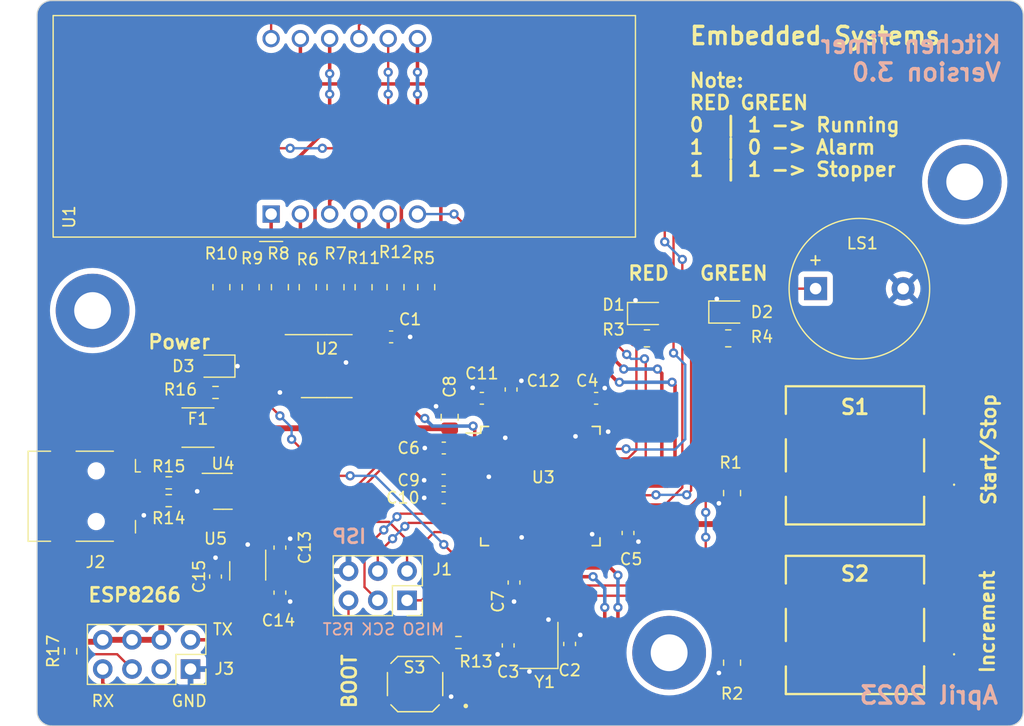
<source format=kicad_pcb>
(kicad_pcb (version 20221018) (generator pcbnew)
  (layers (0 "F.Cu" signal) (31 "B.Cu" signal) (34 "B.Paste" user) (35 "F.Paste" user) (36 "B.SilkS" user "B.Silkscreen") (37 "F.SilkS" user "F.Silkscreen") (38 "B.Mask" user) (39 "F.Mask" user) (44 "Edge.Cuts" user))
  (net 0 "")
  (net 1 "GND")
  (net 2 "Net-(D1-A)")
  (net 3 "Net-(D2-A)")
  (net 4 "Buzzer")
  (net 5 "Button_1")
  (net 6 "Button_2")
  (net 7 "RED_LED")
  (net 8 "GREEN_LED")
  (net 9 "a")
  (net 10 "Net-(U1-a)")
  (net 11 "b")
  (net 12 "Net-(U1-b)")
  (net 13 "c")
  (net 14 "Net-(U1-c)")
  (net 15 "d")
  (net 16 "Net-(U1-d)")
  (net 17 "e")
  (net 18 "Net-(U1-e)")
  (net 19 "f")
  (net 20 "Net-(U1-f)")
  (net 21 "g")
  (net 22 "Net-(U1-g)")
  (net 23 "dp")
  (net 24 "Net-(U1-DPX)")
  (net 25 "+5V")
  (net 26 "Dig4")
  (net 27 "Dig3")
  (net 28 "Dig2")
  (net 29 "Dig1")
  (net 31 "SH_CP")
  (net 32 "ST_CP")
  (net 33 "DS")
  (net 34 "XTAL1")
  (net 35 "XTAL2")
  (net 36 "/UCAP")
  (net 37 "/AREF")
  (net 38 "+3.3V")
  (net 39 "Net-(U5-BP)")
  (net 40 "Net-(D3-A)")
  (net 42 "Net-(J2-VBUS)")
  (net 43 "MISO")
  (net 44 "SCK")
  (net 45 "MOSI")
  (net 46 "RST")
  (net 47 "Net-(J2-D-)")
  (net 48 "Net-(J2-D+)")
  (net 49 "TX")
  (net 50 "Net-(J3-Pin_5)")
  (net 51 "RX")
  (net 52 "USB_CONN_D+")
  (net 53 "USB_CONN_D-")
  (net 54 "USB_D-")
  (net 56 "USB_D+")
  (net 64 "unconnected-(J2-Shield-Pad6)")
  (footprint "Capacitor_SMD:C_0603_1608Metric" (layer "F.Cu") (at 127.254 103.632 -90)
    (fp_text reference "C2")
    (fp_text value "22p")
  )
  (footprint "Capacitor_SMD:C_0603_1608Metric" (layer "F.Cu") (at 122.174 81.534 90)
    (fp_text reference "C12")
    (fp_text value "0.1uF")
  )
  (footprint "Crystal:Crystal_SMD_Abracon_ABM8G-4Pin_3.2x2.5mm" (layer "F.Cu") (at 124.587 103.759 90)
    (fp_text reference "Y1")
    (fp_text value "16MHz")
  )
  (footprint "Connector_PinSocket_2.54mm:PinSocket_2x03_P2.54mm_Vertical" (layer "F.Cu") (at 113.142 99.842 -90)
    (fp_text reference "J1")
    (fp_text value "AVR-ISP-6")
  )
  (footprint "Capacitor_SMD:C_0603_1608Metric" (layer "F.Cu") (at 116.319 90.932 180)
    (fp_text reference "C10")
    (fp_text value "0.1uF")
  )
  (footprint "Resistor_SMD:R_0805_2012Metric" (layer "F.Cu") (at 102.108 72.644 90)
    (fp_text reference "R8")
    (fp_text value "100")
  )
  (footprint "Resistor_SMD:R_0603_1608Metric" (layer "F.Cu") (at 83.947 104.267 -90)
    (fp_text reference "R17")
    (fp_text value "10k")
  )
  (footprint "PTS526_SMD_Button:PTS526_SMD_Button" (layer "F.Cu") (at 113.84 107.116 180)
    (fp_text reference "S3")
    (fp_text value "PTS526_SM08_SMTR2_LFS")
  )
  (footprint "Capacitor_SMD:C_0603_1608Metric" (layer "F.Cu") (at 116.332 86.614 180)
    (fp_text reference "C6")
    (fp_text value "0.1uF")
  )
  (footprint "Connector_USB:USB_Mini-B_Lumberg_2486_01_Horizontal" (layer "F.Cu") (at 86.162 90.8 -90)
    (fp_text reference "J2")
    (fp_text value "USB_B_Mini")
  )
  (footprint "Capacitor_SMD:C_0603_1608Metric" (layer "F.Cu") (at 122.428 98.298 -90)
    (fp_text reference "C7")
    (fp_text value "0.1uF")
  )
  (footprint "Display_7Segment:CA56-12EWA" (layer "F.Cu") (at 101.346 66.294 90)
    (fp_text reference "U1")
    (fp_text value "CA56-12EWA")
  )
  (footprint "Resistor_SMD:R_0603_1608Metric" (layer "F.Cu") (at 117.602 103.505 180)
    (fp_text reference "R13")
    (fp_text value "10k")
  )
  (footprint "Package_TO_SOT_SMD:SOT-23-6" (layer "F.Cu") (at 97.165615 90.371688)
    (fp_text reference "U4")
    (fp_text value "USBLC6-2SC6")
  )
  (footprint "Capacitor_SMD:C_0603_1608Metric" (layer "F.Cu") (at 96.52 97.777 90)
    (fp_text reference "C15")
    (fp_text value "10nF")
  )
  (footprint "MountingHole:MountingHole_3.2mm_M3_Pad" (layer "F.Cu") (at 161.544 63.5)
    (fp_text reference "H2" hide)
    (fp_text value "MountingHole")
  )
  (footprint "Resistor_SMD:R_0805_2012Metric" (layer "F.Cu") (at 106.934 72.644 90)
    (fp_text reference "R7")
    (fp_text value "100")
  )
  (footprint "Buzzer_Beeper:Buzzer_12x9.5RM7.6" (layer "F.Cu") (at 148.6 72.771)
    (fp_text reference "LS1")
    (fp_text value "Speaker")
  )
  (footprint "Capacitor_SMD:C_0603_1608Metric" (layer "F.Cu") (at 111.76 76.962)
    (fp_text reference "C1")
    (fp_text value "0.1u")
  )
  (footprint "Resistor_SMD:R_0805_2012Metric" (layer "F.Cu") (at 104.521 72.644 90)
    (fp_text reference "R6")
    (fp_text value "100")
  )
  (footprint "Resistor_SMD:R_0805_2012Metric" (layer "F.Cu") (at 99.568 72.644 90)
    (fp_text reference "R9")
    (fp_text value "100")
  )
  (footprint "LED_SMD:LED_0805_2012Metric" (layer "F.Cu") (at 133.9615 74.93)
    (fp_text reference "D1")
    (fp_text value "LED")
  )
  (footprint "LED_SMD:LED_0805_2012Metric" (layer "F.Cu") (at 96.52 79.502 180)
    (fp_text reference "D3")
    (fp_text value "LED")
  )
  (footprint "MountingHole:MountingHole_3.2mm_M3_Pad" (layer "F.Cu") (at 135.89 104.394)
    (fp_text reference "H3" hide)
    (fp_text value "MountingHole")
  )
  (footprint "Package_QFP:TQFP-44_10x10mm_P0.8mm" (layer "F.Cu") (at 124.714 89.916)
    (fp_text reference "U3")
    (fp_text value "ATmega32U4-A")
  )
  (footprint "Capacitor_SMD:C_0603_1608Metric" (layer "F.Cu") (at 119.634 82.296 180)
    (fp_text reference "C11")
    (fp_text value "0.1uF")
  )
  (footprint "Resistor_SMD:R_0603_1608Metric" (layer "F.Cu") (at 92.456911 89.635905)
    (fp_text reference "R15")
    (fp_text value "22")
  )
  (footprint "Package_TO_SOT_SMD:SOT-23-5" (layer "F.Cu") (at 99.314 97.282 -90)
    (fp_text reference "U5")
    (fp_text value "LP2985-3.3")
  )
  (footprint "Resistor_SMD:R_0603_1608Metric" (layer "F.Cu") (at 92.456 91.186)
    (fp_text reference "R14")
    (fp_text value "22")
  )
  (footprint "Capacitor_SMD:C_0603_1608Metric" (layer "F.Cu") (at 132.321 93.993 -90)
    (fp_text reference "C5")
    (fp_text value "0.1uF")
  )
  (footprint "Capacitor_SMD:C_0603_1608Metric" (layer "F.Cu") (at 121.92 103.759 -90)
    (fp_text reference "C3")
    (fp_text value "22p")
  )
  (footprint "Capacitor_SMD:C_0603_1608Metric" (layer "F.Cu") (at 102.108 99.174 -90)
    (fp_text reference "C14")
    (fp_text value "2.2uF")
  )
  (footprint "Resistor_SMD:R_0805_2012Metric" (layer "F.Cu") (at 114.808 72.644 90)
    (fp_text reference "R5")
    (fp_text value "100")
  )
  (footprint "Resistor_SMD:R_0603_1608Metric" (layer "F.Cu") (at 96.52 81.788 180)
    (fp_text reference "R16")
    (fp_text value "1k")
  )
  (footprint "Package_SO:TSSOP-16_4.4x5mm_P0.65mm" (layer "F.Cu") (at 106.172 79.502)
    (fp_text reference "U2")
    (fp_text value "74HC595")
  )
  (footprint "PTS125_SMD_Button:PTS125_SMD_Button" (layer "F.Cu") (at 152.019 87.249 180)
    (fp_text reference "S1")
    (fp_text value "PTS125SM43SMTR21M_LFS" hide)
  )
  (footprint "Resistor_SMD:R_0805_2012Metric" (layer "F.Cu") (at 141.351 90.5275 -90)
    (fp_text reference "R1")
    (fp_text value "10k")
  )
  (footprint "Capacitor_SMD:C_0603_1608Metric" (layer "F.Cu") (at 102.108 95.263 90)
    (fp_text reference "C13")
    (fp_text value "1uF")
  )
  (footprint "Resistor_SMD:R_0805_2012Metric" (layer "F.Cu") (at 112.141 72.644 90)
    (fp_text reference "R12")
    (fp_text value "100")
  )
  (footprint "Fuse:Fuse_1812_4532Metric" (layer "F.Cu") (at 94.996 84.836)
    (fp_text reference "F1")
    (fp_text value "PTCSMD")
  )
  (footprint "Capacitor_SMD:C_0603_1608Metric" (layer "F.Cu") (at 129.553 82.296)
    (fp_text reference "C4")
    (fp_text value "0.1uF")
  )
  (footprint "Resistor_SMD:R_0805_2012Metric" (layer "F.Cu") (at 133.9615 77.089)
    (fp_text reference "R3")
    (fp_text value "330")
  )
  (footprint "Capacitor_SMD:C_0603_1608Metric" (layer "F.Cu") (at 116.319 89.408 180)
    (fp_text reference "C9")
    (fp_text value "1uF")
  )
  (footprint "Connector_PinSocket_2.54mm:PinSocket_2x04_P2.54mm_Vertical" (layer "F.Cu") (at 94.351 105.811 -90)
    (fp_text reference "J3")
    (fp_text value "ESP_Conn")
  )
  (footprint "Resistor_SMD:R_0805_2012Metric" (layer "F.Cu") (at 97.028 72.644 90)
    (fp_text reference "R10")
    (fp_text value "100")
  )
  (footprint "Resistor_SMD:R_0805_2012Metric" (layer "F.Cu") (at 141.351 105.2595 -90)
    (fp_text reference "R2")
    (fp_text value "10k")
  )
  (footprint "Capacitor_SMD:C_0805_2012Metric" (layer "F.Cu") (at 116.84 83.947 90)
    (fp_text reference "C8")
    (fp_text value "10uF")
  )
  (footprint "MountingHole:MountingHole_3.2mm_M3_Pad" (layer "F.Cu") (at 85.852 74.676)
    (fp_text reference "H1" hide)
    (fp_text value "MountingHole")
  )
  (footprint "PTS125_SMD_Button:PTS125_SMD_Button" (layer "F.Cu") (at 152.019 101.981 180)
    (fp_text reference "S2")
    (fp_text value "PTS125SM43SMTR21M_LFS" hide)
  )
  (footprint "Resistor_SMD:R_0805_2012Metric" (layer "F.Cu") (at 141.0185 77.089)
    (fp_text reference "R4")
    (fp_text value "330")
  )
  (footprint "Resistor_SMD:R_0805_2012Metric" (layer "F.Cu") (at 109.368612 72.646651 90)
    (fp_text reference "R11")
    (fp_text value "100")
  )
  (footprint "LED_SMD:LED_0805_2012Metric" (layer "F.Cu") (at 141.0185 74.803)
    (fp_text reference "D2")
    (fp_text value "LED")
  )
  (gr_arc (start 165.354 47.752) (mid 166.252026 48.123974) (end 166.624 49.022) (stroke (width 0.1)) (layer "Edge.Cuts"))
  (gr_line (start 81.026 109.474) (end 81.026 49.022) (stroke (width 0.1)) (layer "Edge.Cuts"))
  (gr_line (start 165.354 110.744) (end 82.296 110.744) (stroke (width 0.1)) (layer "Edge.Cuts"))
  (gr_line (start 82.296 47.752) (end 165.354 47.752) (stroke (width 0.1)) (layer "Edge.Cuts"))
  (gr_arc (start 82.296 110.744) (mid 81.397974 110.372026) (end 81.026 109.474) (stroke (width 0.1)) (layer "Edge.Cuts"))
  (gr_line (start 166.624 49.022) (end 166.624 109.474) (stroke (width 0.1)) (layer "Edge.Cuts"))
  (gr_arc (start 166.624 109.474) (mid 166.252026 110.372026) (end 165.354 110.744) (stroke (width 0.1)) (layer "Edge.Cuts"))
  (gr_arc (start 81.026 49.022) (mid 81.397974 48.123974) (end 82.296 47.752) (stroke (width 0.1)) (layer "Edge.Cuts"))
  (gr_text "RST" (at 107.188 102.362) (layer "B.SilkS") (effects (font (size 1 1)) (justify mirror)))
  (gr_text "ISP" (at 109.728 94.996) (layer "B.SilkS") (effects (font (size 1.2 1.2) (thickness 0.24) bold) (justify left bottom mirror)))
  (gr_text "SCK" (at 110.631521 102.362) (layer "B.SilkS") (effects (font (size 1 1)) (justify mirror)))
  (gr_text "Kitchen Timer\nVersion 3.0" (at 164.846 54.864) (layer "B.SilkS") (effects (font (size 1.5 1.5) (thickness 0.3) bold) (justify left bottom mirror)))
  (gr_text "MISO" (at 114.554 102.362) (layer "B.SilkS") (effects (font (size 1 1)) (justify mirror)))
  (gr_text "April 2023" (at 164.592 108.966) (layer "B.SilkS") (effects (font (size 1.5 1.5) (thickness 0.3) bold) (justify left bottom mirror)))
  (gr_text "TX" (at 97.155 102.362) (layer "F.SilkS") (effects (font (size 1 1))))
  (gr_text "RED" (at 132.207 72.136) (layer "F.SilkS") (effects (font (size 1.2 1.2) (thickness 0.24) bold) (justify left bottom)))
  (gr_text "Embedded Systems" (at 137.541 51.689) (layer "F.SilkS") (effects (font (size 1.5 1.5) (thickness 0.3) bold) (justify left bottom)))
  (gr_text "Start/Stop" (at 164.338 91.694 90) (layer "F.SilkS") (effects (font (size 1.2 1.2) (thickness 0.24) bold) (justify left bottom)))
  (gr_text "RX" (at 86.741 108.585) (layer "F.SilkS") (effects (font (size 1 1))))
  (gr_text "Note:\nRED GREEN\n0  | 1 -> Running\n1  | 0 -> Alarm\n1  | 1 -> Stopper" (at 137.541 63.119) (layer "F.SilkS") (effects (font (size 1.2 1.2) (thickness 0.24) bold) (justify left bottom)))
  (gr_text "Increment" (at 164.211 106.299 90) (layer "F.SilkS") (effects (font (size 1.2 1.2) (thickness 0.24) bold) (justify left bottom)))
  (gr_text "ESP8266" (at 85.344 100.076) (layer "F.SilkS") (effects (font (size 1.2 1.2) (thickness 0.24) bold) (justify left bottom)))
  (gr_text "Power" (at 90.551 78.105) (layer "F.SilkS") (effects (font (size 1.2 1.2) (thickness 0.24) bold) (justify left bottom)))
  (gr_text "GREEN" (at 138.43 72.136) (layer "F.SilkS") (effects (font (size 1.2 1.2) (thickness 0.24) bold) (justify left bottom)))
  (gr_text "GND" (at 94.234 108.585) (layer "F.SilkS") (effects (font (size 1 1))))
  (gr_text "BOOT" (at 108.839 109.347 90) (layer "F.SilkS") (effects (font (size 1.2 1.2) (thickness 0.24) bold) (justify left bottom)))
  (segment (start 130.302 82.27) (end 130.328 82.296) (width 0.508) (layer "F.Cu") (net 1))
  (segment (start 127.914 85.446) (end 127.762 85.598) (width 0.3048) (layer "F.Cu") (net 1))
  (segment (start 114.630216 89.408) (end 114.626396 89.41182) (width 0.508) (layer "F.Cu") (net 1))
  (segment (start 116.967 108.839) (end 116.84 108.966) (width 0.508) (layer "F.Cu") (net 1))
  (segment (start 88.862 92.4) (end 90.241 92.4) (width 0.508) (layer "F.Cu") (net 1))
  (segment (start 140.2315 91.44) (end 140.208 91.4165) (width 0.508) (layer "F.Cu") (net 1))
  (segment (start 114.632608 90.938694) (end 115.537306 90.938694) (width 0.508) (layer "F.Cu") (net 1))
  (segment (start 115.537306 90.938694) (end 115.544 90.932) (width 0.508) (layer "F.Cu") (net 1))
  (segment (start 118.859 82.296) (end 118.859 81.401076) (width 0.508) (layer "F.Cu") (net 1))
  (segment (start 140.026 74.748) (end 140.081 74.803) (width 0.508) (layer "F.Cu") (net 1))
  (segment (start 115.544 89.408) (end 114.630216 89.408) (width 0.508) (layer "F.Cu") (net 1))
  (segment (start 116.84 82.997) (end 115.66891 82.997) (width 0.508) (layer "F.Cu") (net 1))
  (segment (start 102.997 99.949) (end 102.108 99.949) (width 0.508) (layer "F.Cu") (net 1))
  (segment (start 130.595586 85.734414) (end 130.414 85.916) (width 0.508) (layer "F.Cu") (net 1))
  (segment (start 90.241 92.4) (end 90.297 92.456) (width 0.508) (layer "F.Cu") (net 1))
  (segment (start 121.666 85.725) (end 121.514 85.207882) (width 0.508) (layer "F.Cu") (net 1))
  (segment (start 116.967 108.204) (end 116.967 108.839) (width 0.508) (layer "F.Cu") (net 1))
  (segment (start 133.223 94.742) (end 132.347 94.742) (width 0.508) (layer "F.Cu") (net 1))
  (segment (start 123.114 94.398228) (end 123.089352 94.37358) (width 0.508) (layer "F.Cu") (net 1))
  (segment (start 109.0345 79.177) (end 107.852121 79.177) (width 0.3048) (layer "F.Cu") (net 1))
  (segment (start 125.41624 101.513888) (end 125.41624 102.63824) (width 0.508) (layer "F.Cu") (net 1))
  (segment (start 125.41624 102.63824) (end 125.437 102.659) (width 0.508) (layer "F.Cu") (net 1))
  (segment (start 123.063 80.772) (end 122.187 80.772) (width 0.508) (layer "F.Cu") (net 1))
  (segment (start 121.514 85.207882) (end 121.514 84.216) (width 0.508) (layer "F.Cu") (net 1))
  (segment (start 130.414 93.916) (end 129.38736 93.916) (width 0.508) (layer "F.Cu") (net 1))
  (segment (start 141.351 106.172) (end 140.2315 106.172) (width 0.508) (layer "F.Cu") (net 1))
  (segment (start 102.108 81.788) (end 102.115 81.781) (width 0.508) (layer "F.Cu") (net 1))
  (segment (start 133.024 73.842) (end 132.969 73.787) (width 0.508) (layer "F.Cu") (net 1))
  (segment (start 130.302 81.407) (end 130.302 82.27) (width 0.508) (layer "F.Cu") (net 1))
  (segment (start 103.3095 81.777) (end 102.119 81.777) (width 0.3048) (layer "F.Cu") (net 1))
  (segment (start 102.119 81.777) (end 102.108 81.788) (width 0.3048) (layer "F.Cu") (net 1))
  (segment (start 102.997 94.488) (end 102.108 94.488) (width 0.508) (layer "F.Cu") (net 1))
  (segment (start 96.028115 90.371688) (end 94.929556 90.371688) (width 0.508) (layer "F.Cu") (net 1))
  (segment (start 130.595586 85.193476) (end 130.595586 85.734414) (width 0.508) (layer "F.Cu") (net 1))
  (segment (start 113.411 76.962) (end 112.535 76.962) (width 0.508) (layer "F.Cu") (net 1))
  (segment (start 121.007536 104.534) (end 121.001928 104.528392) (width 0.508) (layer "F.Cu") (net 1))
  (segment (start 123.737 104.859) (end 123.737 105.99966) (width 0.508) (layer "F.Cu") (net 1))
  (segment (start 123.737 105.99966) (end 123.761691 106.024351) (width 0.508) (layer "F.Cu") (net 1))
  (segment (start 115.557 86.614) (end 114.681 86.614) (width 0.508) (layer "F.Cu") (net 1))
  (segment (start 123.114 95.616) (end 123.114 94.398228) (width 0.508) (layer "F.Cu") (net 1))
  (segment (start 107.852121 79.177) (end 107.843284 79.185837) (width 0.3048) (layer "F.Cu") (net 1))
  (segment (start 127.254 102.857) (end 128.163906 102.857) (width 0.508) (layer "F.Cu") (net 1))
  (segment (start 129.38736 93.916) (end 129.206701 94.096659) (width 0.508) (layer "F.Cu") (net 1))
  (segment (start 115.66891 82.997) (end 115.659806 82.987896) (width 0.508) (layer "F.Cu") (net 1))
  (segment (start 119.014 89.116) (end 120.235467 89.116) (width 0.508) (layer "F.Cu") (net 1))
  (segment (start 99.314 96.1445) (end 99.314 94.996) (width 0.508) (layer "F.Cu") (net 1))
  (segment (start 133.024 74.93) (end 133.024 73.842) (width 0.508) (layer "F.Cu") (net 1))
  (segment (start 141.351 91.44) (end 140.2315 91.44) (width 0.508) (layer "F.Cu") (net 1))
  (segment (start 96.52 97.002) (end 96.52 96.139) (width 0.508) (layer "F.Cu") (net 1))
  (segment (start 118.859 81.401076) (end 118.836998 81.379074) (width 0.508) (layer "F.Cu") (net 1))
  (segment (start 122.428 99.073) (end 122.428 99.949) (width 0.508) (layer "F.Cu") (net 1))
  (segment (start 140.2315 106.172) (end 140.208 106.1485) (width 0.508) (layer "F.Cu") (net 1))
  (segment (start 98.425 79.502) (end 97.4575 79.502) (width 0.508) (layer "F.Cu") (net 1))
  (segment (start 94.929556 90.371688) (end 94.927568 90.373676) (width 0.508) (layer "F.Cu") (net 1))
  (segment (start 140.026 73.66) (end 140.026 74.748) (width 0.508) (layer "F.Cu") (net 1))
  (segment (start 120.235467 89.116) (end 120.24031 89.111157) (width 0.508) (layer "F.Cu") (net 1))
  (segment (start 121.92 104.534) (end 121.007536 104.534) (width 0.508) (layer "F.Cu") (net 1))
  (segment (start 122.187 80.772) (end 122.174 80.759) (width 0.508) (layer "F.Cu") (net 1))
  (segment (start 128.163906 102.857) (end 128.174878 102.846028) (width 0.508) (layer "F.Cu") (net 1))
  (segment (start 127.914 84.216) (end 127.914 85.446) (width 0.3048) (layer "F.Cu") (net 1))
  (via (at 94.927568 90.373676) (size 0.8) (drill 0.4) (layers "F.Cu" "B.Cu") (net 1))
  (via (at 132.969 73.787) (size 0.8) (drill 0.4) (layers "F.Cu" "B.Cu") (net 1))
  (via (at 122.428 99.949) (size 0.8) (drill 0.4) (layers "F.Cu" "B.Cu") (net 1))
  (via (at 99.314 94.996) (size 0.8) (drill 0.4) (layers "F.Cu" "B.Cu") (net 1))
  (via (at 121.666 85.725) (size 0.8) (drill 0.4) (layers "F.Cu" "B.Cu") (net 1))
  (via (at 127.762 85.598) (size 0.8) (drill 0.4) (layers "F.Cu" "B.Cu") (net 1))
  (via (at 140.208 106.1485) (size 0.8) (drill 0.4) (layers "F.Cu" "B.Cu") (net 1))
  (via (at 98.425 79.502) (size 0.8) (drill 0.4) (layers "F.Cu" "B.Cu") (net 1))
  (via (at 133.223 94.742) (size 0.8) (drill 0.4) (layers "F.Cu" "B.Cu") (net 1))
  (via (at 115.659806 82.987896) (size 0.8) (drill 0.4) (layers "F.Cu" "B.Cu") (net 1))
  (via (at 120.24031 89.111157) (size 0.8) (drill 0.4) (layers "F.Cu" "B.Cu") (net 1))
  (via (at 107.843284 79.185837) (size 0.8) (drill 0.4) (layers "F.Cu" "B.Cu") (net 1))
  (via (at 121.001928 104.528392) (size 0.8) (drill 0.4) (layers "F.Cu" "B.Cu") (net 1))
  (via (at 123.761691 106.024351) (size 0.8) (drill 0.4) (layers "F.Cu" "B.Cu") (net 1))
  (via (at 96.52 96.139) (size 0.8) (drill 0.4) (layers "F.Cu" "B.Cu") (net 1))
  (via (at 102.997 99.949) (size 0.8) (drill 0.4) (layers "F.Cu" "B.Cu") (net 1))
  (via (at 114.632608 90.938694) (size 0.8) (drill 0.4) (layers "F.Cu" "B.Cu") (net 1))
  (via (at 128.174878 102.846028) (size 0.8) (drill 0.4) (layers "F.Cu" "B.Cu") (net 1))
  (via (at 90.297 92.456) (size 0.8) (drill 0.4) (layers "F.Cu" "B.Cu") (net 1))
  (via (at 102.108 81.788) (size 0.8) (drill 0.4) (layers "F.Cu" "B.Cu") (net 1))
  (via (at 140.208 91.4165) (size 0.8) (drill 0.4) (layers "F.Cu" "B.Cu") (net 1))
  (via (at 125.41624 101.513888) (size 0.8) (drill 0.4) (layers "F.Cu" "B.Cu") (net 1))
  (via (at 130.595586 85.193476) (size 0.8) (drill 0.4) (layers "F.Cu" "B.Cu") (net 1))
  (via (at 129.206701 94.096659) (size 0.8) (drill 0.4) (layers "F.Cu" "B.Cu") (net 1))
  (via (at 114.626396 89.41182) (size 0.8) (drill 0.4) (layers "F.Cu" "B.Cu") (net 1))
  (via (at 102.997 94.488) (size 0.8) (drill 0.4) (layers "F.Cu" "B.Cu") (net 1))
  (via (at 118.836998 81.379074) (size 0.8) (drill 0.4) (layers "F.Cu" "B.Cu") (net 1))
  (via (at 116.967 108.204) (size 0.8) (drill 0.4) (layers "F.Cu" "B.Cu") (net 1))
  (via (at 140.026 73.66) (size 0.8) (drill 0.4) (layers "F.Cu" "B.Cu") (net 1))
  (via (at 113.411 76.962) (size 0.8) (drill 0.4) (layers "F.Cu" "B.Cu") (net 1))
  (via (at 130.302 81.407) (size 0.8) (drill 0.4) (layers "F.Cu" "B.Cu") (net 1))
  (via (at 123.063 80.772) (size 0.8) (drill 0.4) (layers "F.Cu" "B.Cu") (net 1))
  (via (at 114.681 86.614) (size 0.8) (drill 0.4) (layers "F.Cu" "B.Cu") (net 1))
  (via (at 123.089352 94.37358) (size 0.8) (drill 0.4) (layers "F.Cu" "B.Cu") (net 1))
  (segment (start 134.899 77.064) (end 134.874 77.089) (width 0.508) (layer "F.Cu") (net 2))
  (segment (start 134.899 74.93) (end 134.899 77.064) (width 0.508) (layer "F.Cu") (net 2))
  (segment (start 141.956 74.803) (end 141.956 77.064) (width 0.508) (layer "F.Cu") (net 3))
  (segment (start 141.956 77.064) (end 141.931 77.089) (width 0.508) (layer "F.Cu") (net 3))
  (segment (start 134.709 90.716) (end 134.747 90.678) (width 0.2032) (layer "F.Cu") (net 4))
  (segment (start 137.795 73.66) (end 138.684 72.771) (width 0.2032) (layer "F.Cu") (net 4))
  (segment (start 137.414 90.678) (end 137.795 90.297) (width 0.2032) (layer "F.Cu") (net 4))
  (segment (start 137.795 90.297) (end 137.795 73.66) (width 0.2032) (layer "F.Cu") (net 4))
  (segment (start 130.414 90.716) (end 134.709 90.716) (width 0.2032) (layer "F.Cu") (net 4))
  (segment (start 138.684 72.771) (end 148.6 72.771) (width 0.2032) (layer "F.Cu") (net 4))
  (via (at 137.414 90.678) (size 0.8) (drill 0.4) (layers "F.Cu" "B.Cu") (net 4))
  (via (at 134.747 90.678) (size 0.8) (drill 0.4) (layers "F.Cu" "B.Cu") (net 4))
  (segment (start 134.747 90.678) (end 137.414 90.678) (width 0.2032) (layer "B.Cu") (net 4))
  (segment (start 126.746 98.552) (end 138.176 98.552) (width 0.2032) (layer "F.Cu") (net 5))
  (segment (start 126.314 95.616) (end 126.314 98.12) (width 0.2032) (layer "F.Cu") (net 5))
  (segment (start 139.065 90.678) (end 140.128 89.615) (width 0.2032) (layer "F.Cu") (net 5))
  (segment (start 144.869 89.749) (end 141.485 89.749) (width 0.2032) (layer "F.Cu") (net 5))
  (segment (start 141.485 89.749) (end 141.351 89.615) (width 0.2032) (layer "F.Cu") (net 5))
  (segment (start 139.065 97.663) (end 139.065 94.361) (width 0.2032) (layer "F.Cu") (net 5))
  (segment (start 138.176 98.552) (end 139.065 97.663) (width 0.2032) (layer "F.Cu") (net 5))
  (segment (start 126.314 98.12) (end 126.746 98.552) (width 0.2032) (layer "F.Cu") (net 5))
  (segment (start 139.065 92.202) (end 139.065 90.678) (width 0.2032) (layer "F.Cu") (net 5))
  (segment (start 140.128 89.615) (end 141.351 89.615) (width 0.2032) (layer "F.Cu") (net 5))
  (via (at 139.065 92.202) (size 0.8) (drill 0.4) (layers "F.Cu" "B.Cu") (net 5))
  (via (at 139.065 94.361) (size 0.8) (drill 0.4) (layers "F.Cu" "B.Cu") (net 5))
  (segment (start 139.065 94.361) (end 139.065 92.202) (width 0.2032) (layer "B.Cu") (net 5))
  (segment (start 125.514 98.844) (end 126.111 99.441) (width 0.2032) (layer "F.Cu") (net 6))
  (segment (start 126.111 99.441) (end 139.192 99.441) (width 0.2032) (layer "F.Cu") (net 6))
  (segment (start 144.869 104.481) (end 141.485 104.481) (width 0.2032) (layer "F.Cu") (net 6))
  (segment (start 141.351 101.6) (end 141.351 104.347) (width 0.2032) (layer "F.Cu") (net 6))
  (segment (start 125.514 95.616) (end 125.514 98.844) (width 0.2032) (layer "F.Cu") (net 6))
  (segment (start 139.192 99.441) (end 141.351 101.6) (width 0.2032) (layer "F.Cu") (net 6))
  (segment (start 133.049 86.788) (end 133.049 77.089) (width 0.2032) (layer "F.Cu") (net 7))
  (segment (start 132.321 87.516) (end 133.049 86.788) (width 0.2032) (layer "F.Cu") (net 7))
  (segment (start 130.414 87.516) (end 132.321 87.516) (width 0.2032) (layer "F.Cu") (net 7))
  (segment (start 138.43 78.765) (end 140.106 77.089) (width 0.2032) (layer "F.Cu") (net 8))
  (segment (start 138.43 90.932) (end 138.43 78.765) (width 0.2032) (layer "F.Cu") (net 8))
  (segment (start 130.414 92.316) (end 137.046 92.316) (width 0.2032) (layer "F.Cu") (net 8))
  (segment (start 137.046 92.316) (end 138.43 90.932) (width 0.2032) (layer "F.Cu") (net 8))
  (segment (start 114.147 77.877) (end 114.808 77.216) (width 0.3048) (layer "F.Cu") (net 9))
  (segment (start 109.0345 77.877) (end 114.147 77.877) (width 0.3048) (layer "F.Cu") (net 9))
  (segment (start 114.808 77.216) (end 114.808 73.5565) (width 0.3048) (layer "F.Cu") (net 9))
  (segment (start 116.078 55.626) (end 115.443 54.991) (width 0.3048) (layer "F.Cu") (net 10))
  (segment (start 114.808 71.7315) (end 116.078 70.4615) (width 0.3048) (layer "F.Cu") (net 10))
  (segment (start 115.443 54.991) (end 105.283 54.991) (width 0.3048) (layer "F.Cu") (net 10))
  (segment (start 105.283 54.991) (end 103.886 53.594) (width 0.3048) (layer "F.Cu") (net 10))
  (segment (start 116.078 70.4615) (end 116.078 55.626) (width 0.3048) (layer "F.Cu") (net 10))
  (segment (start 103.886 53.594) (end 103.886 51.054) (width 0.3048) (layer "F.Cu") (net 10))
  (segment (start 104.394 75.057) (end 104.394 73.6835) (width 0.3048) (layer "F.Cu") (net 11))
  (segment (start 104.394 73.6835) (end 104.521 73.5565) (width 0.3048) (layer "F.Cu") (net 11))
  (segment (start 103.3095 77.227) (end 103.3095 76.1415) (width 0.3048) (layer "F.Cu") (net 11))
  (segment (start 103.3095 76.1415) (end 104.394 75.057) (width 0.3048) (layer "F.Cu") (net 11))
  (segment (start 111.125 63.246) (end 105.537 63.246) (width 0.3048) (layer "F.Cu") (net 12))
  (segment (start 105.537 63.246) (end 105.156 63.627) (width 0.3048) (layer "F.Cu") (net 12))
  (segment (start 114.046 51.054) (end 114.046 53.975) (width 0.3048) (layer "F.Cu") (net 12))
  (segment (start 105.156 71.0965) (end 104.521 71.7315) (width 0.3048) (layer "F.Cu") (net 12))
  (segment (start 105.156 63.627) (end 105.156 71.0965) (width 0.3048) (layer "F.Cu") (net 12))
  (segment (start 114.046 60.325) (end 111.125 63.246) (width 0.3048) (layer "F.Cu") (net 12))
  (segment (start 114.046 55.88) (end 114.046 60.325) (width 0.3048) (layer "F.Cu") (net 12))
  (via (at 114.046 53.975) (size 0.8) (drill 0.4) (layers "F.Cu" "B.Cu") (net 12))
  (via (at 114.046 55.88) (size 0.8) (drill 0.4) (layers "F.Cu" "B.Cu") (net 12))
  (segment (start 114.046 53.975) (end 114.046 55.88) (width 0.3048) (layer "B.Cu") (net 12))
  (segment (start 106.553 75.057) (end 106.934 74.676) (width 0.3048) (layer "F.Cu") (net 13))
  (segment (start 104.648 75.819) (end 105.41 75.057) (width 0.3048) (layer "F.Cu") (net 13))
  (segment (start 104.368 77.877) (end 104.648 77.597) (width 0.3048) (layer "F.Cu") (net 13))
  (segment (start 106.934 74.676) (end 106.934 73.5565) (width 0.3048) (layer "F.Cu") (net 13))
  (segment (start 105.41 75.057) (end 106.553 75.057) (width 0.3048) (layer "F.Cu") (net 13))
  (segment (start 104.648 77.597) (end 104.648 75.819) (width 0.3048) (layer "F.Cu") (net 13))
  (segment (start 103.3095 77.877) (end 104.368 77.877) (width 0.3048) (layer "F.Cu") (net 13))
  (segment (start 106.934 71.7315) (end 106.934 70.866) (width 0.3048) (layer "F.Cu") (net 14))
  (segment (start 108.966 68.834) (end 108.966 66.294) (width 0.3048) (layer "F.Cu") (net 14))
  (segment (start 106.934 70.866) (end 108.966 68.834) (width 0.3048) (layer "F.Cu") (net 14))
  (segment (start 103.3095 78.527) (end 102.403 78.527) (width 0.3048) (layer "F.Cu") (net 15))
  (segment (start 102.403 78.527) (end 102.108 78.232) (width 0.3048) (layer "F.Cu") (net 15))
  (segment (start 102.108 78.232) (end 102.108 73.5565) (width 0.3048) (layer "F.Cu") (net 15))
  (segment (start 102.108 71.7315) (end 102.108 70.612) (width 0.3048) (layer "F.Cu") (net 16))
  (segment (start 103.886 68.834) (end 103.886 66.294) (width 0.3048) (layer "F.Cu") (net 16))
  (segment (start 102.108 70.612) (end 103.886 68.834) (width 0.3048) (layer "F.Cu") (net 16))
  (segment (start 99.695 73.6835) (end 99.568 73.5565) (width 0.3048) (layer "F.Cu") (net 17))
  (segment (start 99.695 76.835) (end 99.695 73.6835) (width 0.3048) (layer "F.Cu") (net 17))
  (segment (start 103.3095 79.177) (end 102.037 79.177) (width 0.3048) (layer "F.Cu") (net 17))
  (segment (start 102.037 79.177) (end 99.695 76.835) (width 0.3048) (layer "F.Cu") (net 17))
  (segment (start 101.346 69.9535) (end 101.346 66.294) (width 0.3048) (layer "F.Cu") (net 18))
  (segment (start 99.568 71.7315) (end 101.346 69.9535) (width 0.3048) (layer "F.Cu") (net 18))
  (segment (start 101.29 79.827) (end 97.028 75.565) (width 0.3048) (layer "F.Cu") (net 19))
  (segment (start 103.3095 79.827) (end 101.29 79.827) (width 0.3048) (layer "F.Cu") (net 19))
  (segment (start 97.028 75.565) (end 97.028 73.5565) (width 0.3048) (layer "F.Cu") (net 19))
  (segment (start 106.426 54.102) (end 106.426 51.054) (width 0.3048) (layer "F.Cu") (net 20))
  (segment (start 99.06 61.976) (end 103.124 61.976) (width 0.3048) (layer "F.Cu") (net 20))
  (segment (start 97.028 64.008) (end 99.06 61.976) (width 0.3048) (layer "F.Cu") (net 20))
  (segment (start 106.426 58.674) (end 106.426 55.88) (width 0.3048) (layer "F.Cu") (net 20))
  (segment (start 97.028 71.7315) (end 97.028 64.008) (width 0.3048) (layer "F.Cu") (net 20))
  (segment (start 103.124 61.976) (end 106.426 58.674) (width 0.3048) (layer "F.Cu") (net 20))
  (via (at 106.426 54.102) (size 0.8) (drill 0.4) (layers "F.Cu" "B.Cu") (net 20))
  (via (at 106.426 55.88) (size 0.8) (drill 0.4) (layers "F.Cu" "B.Cu") (net 20))
  (segment (start 106.426 55.88) (end 106.426 54.102) (width 0.3048) (layer "B.Cu") (net 20))
  (segment (start 103.3095 80.477) (end 104.689 80.477) (width 0.3048) (layer "F.Cu") (net 21))
  (segment (start 106.045 75.946) (end 106.981763 75.946) (width 0.3048) (layer "F.Cu") (net 21))
  (segment (start 104.689 80.477) (end 105.283 79.883) (width 0.3048) (layer "F.Cu") (net 21))
  (segment (start 105.283 76.708) (end 106.045 75.946) (width 0.3048) (layer "F.Cu") (net 21))
  (segment (start 106.981763 75.946) (end 109.368612 73.559151) (width 0.3048) (layer "F.Cu") (net 21))
  (segment (start 105.283 79.883) (end 105.283 76.708) (width 0.3048) (layer "F.Cu") (net 21))
  (segment (start 109.368612 71.352388) (end 111.506 69.215) (width 0.3048) (layer "F.Cu") (net 22))
  (segment (start 111.506 69.215) (end 111.506 66.294) (width 0.3048) (layer "F.Cu") (net 22))
  (segment (start 109.368612 71.734151) (end 109.368612 71.352388) (width 0.3048) (layer "F.Cu") (net 22))
  (segment (start 107.061 76.581) (end 107.569 76.581) (width 0.3048) (layer "F.Cu") (net 23))
  (segment (start 111.633 75.565) (end 112.141 75.057) (width 0.3048) (layer "F.Cu") (net 23))
  (segment (start 112.141 75.057) (end 112.141 73.5565) (width 0.3048) (layer "F.Cu") (net 23))
  (segment (start 108.585 75.565) (end 111.633 75.565) (width 0.3048) (layer "F.Cu") (net 23))
  (segment (start 107.569 76.581) (end 108.585 75.565) (width 0.3048) (layer "F.Cu") (net 23))
  (segment (start 106.045 77.597) (end 107.061 76.581) (width 0.3048) (layer "F.Cu") (net 23))
  (segment (start 103.3095 81.127) (end 105.182 81.127) (width 0.3048) (layer "F.Cu") (net 23))
  (segment (start 106.045 80.264) (end 106.045 77.597) (width 0.3048) (layer "F.Cu") (net 23))
  (segment (start 105.182 81.127) (end 106.045 80.264) (width 0.3048) (layer "F.Cu") (net 23))
  (segment (start 112.649 65.405) (end 112.014 64.77) (width 0.3048) (layer "F.Cu") (net 24))
  (segment (start 112.649 71.2235) (end 112.649 65.405) (width 0.3048) (layer "F.Cu") (net 24))
  (segment (start 112.649 71.2235) (end 112.141 71.7315) (width 0.3048) (layer "F.Cu") (net 24))
  (segment (start 106.426 66.294) (end 106.426 65.151) (width 0.3048) (layer "F.Cu") (net 24))
  (segment (start 112.014 64.77) (end 106.807 64.77) (width 0.3048) (layer "F.Cu") (net 24))
  (segment (start 106.426 65.151) (end 106.807 64.77) (width 0.3048) (layer "F.Cu") (net 24))
  (segment (start 132.219 93.116) (end 132.321 93.218) (width 0.508) (layer "F.Cu") (net 25))
  (segment (start 128.714 82.36) (end 128.778 82.296) (width 0.508) (layer "F.Cu") (net 25))
  (segment (start 119.014 86.716) (end 117.209 86.716) (width 0.508) (layer "F.Cu") (net 25))
  (segment (start 97.1335 84.836) (end 97.155 84.8575) (width 0.2032) (layer "F.Cu") (net 25))
  (segment (start 100.264 96.1445) (end 102.0015 96.1445) (width 0.508) (layer "F.Cu") (net 25))
  (segment (start 122.314 94.805967) (end 122.235352 94.727319) (width 0.508) (layer "F.Cu") (net 25))
  (segment (start 106.807 84.897) (end 97.1945 84.897) (width 0.508) (layer "F.Cu") (net 25))
  (segment (start 132.321 93.218) (end 155.829 93.218) (width 0.508) (layer "F.Cu") (net 25))
  (segment (start 156.464 85.598) (end 157.313 84.749) (width 0.508) (layer "F.Cu") (net 25))
  (segment (start 97.155 90.043) (end 97.155 92.329) (width 0.2032) (layer "F.Cu") (net 25))
  (segment (start 97.8535 93.0275) (end 99.06 93.0275) (width 0.2032) (layer "F.Cu") (net 25))
  (segment (start 120.714 84.216) (end 120.714 86.551) (width 0.508) (layer "F.Cu") (net 25))
  (segment (start 97.155 92.329) (end 97.8535 93.0275) (width 0.2032) (layer "F.Cu") (net 25))
  (segment (start 121.412 87.249) (end 121.412 90.17) (width 0.508) (layer "F.Cu") (net 25))
  (segment (start 159.169 99.481) (end 157.266 99.481) (width 0.508) (layer "F.Cu") (net 25))
  (segment (start 122.235352 93.406352) (end 121.412 92.583) (width 0.508) (layer "F.Cu") (net 25))
  (segment (start 107.543 81.127) (end 109.0345 81.127) (width 0.3048) (layer "F.Cu") (net 25))
  (segment (start 98.8745 93.0275) (end 99.06 93.0275) (width 0.2032) (layer "F.Cu") (net 25))
  (segment (start 122.525704 93.116) (end 122.235352 93.406352) (width 0.508) (layer "F.Cu") (net 25))
  (segment (start 119.014 86.716) (end 120.879 86.716) (width 0.508) (layer "F.Cu") (net 25))
  (segment (start 120.714 86.551) (end 120.879 86.716) (width 0.508) (layer "F.Cu") (net 25))
  (segment (start 120.879 86.716) (end 121.412 87.249) (width 0.508) (layer "F.Cu") (net 25))
  (segment (start 121.539 87.376) (end 121.412 87.249) (width 0.508) (layer "F.Cu") (net 25))
  (segment (start 97.1335 81.9995) (end 97.345 81.788) (width 0.508) (layer "F.Cu") (net 25))
  (segment (start 97.483688 90.371688) (end 98.303115 90.371688) (width 0.2032) (layer "F.Cu") (net 25))
  (segment (start 98.364 93.538) (end 98.364 94.295) (width 0.2032) (layer "F.Cu") (net 25))
  (segment (start 118.427 100.775) (end 121.539 97.663) (width 0.2032) (layer "F.Cu") (net 25))
  (segment (start 121.412 90.17) (end 120.866 90.716) (width 0.508) (layer "F.Cu") (net 25))
  (segment (start 97.1335 84.836) (end 97.1335 81.9995) (width 0.508) (layer "F.Cu") (net 25))
  (segment (start 122.314 97.409) (end 122.428 97.523) (width 0.508) (layer "F.Cu") (net 25))
  (segment (start 97.1945 84.897) (end 97.1335 84.836) (width 0.508) (layer "F.Cu") (net 25))
  (segment (start 107.061 80.645) (end 107.061 84.008) (width 0.3048) (layer "F.Cu") (net 25))
  (segment (start 130.414 93.116) (end 132.219 93.116) (width 0.508) (layer "F.Cu") (net 25))
  (segment (start 110.72 77.227) (end 110.985 76.962) (width 0.3048) (layer "F.Cu") (net 25))
  (segment (start 107.061 84.008) (end 107.95 84.897) (width 0.3048) (layer "F.Cu") (net 25))
  (segment (start 120.866 90.716) (end 119.014 90.716) (width 0.508) (layer "F.Cu") (net 25))
  (segment (start 99.984 94.142) (end 100.264 94.422) (width 0.508) (layer "F.Cu") (net 25))
  (segment (start 98.517 94.142) (end 99.984 94.142) (width 0.508) (layer "F.Cu") (net 25))
  (segment (start 99.06 93.0275) (end 111.5695 93.0275) (width 0.2032) (layer "F.Cu") (net 25))
  (segment (start 98.364 94.295) (end 98.517 94.142) (width 0.508) (layer "F.Cu") (net 25))
  (segment (start 100.264 94.422) (end 100.264 96.1445) (width 0.508) (layer "F.Cu") (net 25))
  (segment (start 118.427 103.505) (end 118.427 100.775) (width 0.2032) (layer "F.Cu") (net 25))
  (segment (start 128.27 87.376) (end 121.539 87.376) (width 0.508) (layer "F.Cu") (net 25))
  (segment (start 116.84 84.897) (end 116.84 86.347) (width 0.508) (layer "F.Cu") (net 25))
  (segment (start 102.0015 96.1445) (end 102.108 96.038) (width 0.508) (layer "F.Cu") (net 25))
  (segment (start 120.714 82.601) (end 120.409 82.296) (width 0.508) (layer "F.Cu") (net 25))
  (segment (start 156.464 98.679) (end 156.464 93.853) (width 0.508) (layer "F.Cu") (net 25))
  (segment (start 122.314 95.616) (end 122.314 97.409) (width 0.508) (layer "F.Cu") (net 25))
  (segment (start 122.288 97.663) (end 122.428 97.523) (width 0.2032) (layer "F.Cu") (net 25))
  (segment (start 116.84 84.897) (end 107.95 84.897) (width 0.508) (layer "F.Cu") (net 25))
  (segment (start 155.829 93.218) (end 156.464 93.853) (width 0.508) (layer "F.Cu") (net 25))
  (segment (start 130.414 93.116) (end 122.525704 93.116) (width 0.508) (layer "F.Cu") (net 25))
  (segment (start 107.431 77.227) (end 107.061 77.597) (width 0.3048) (layer "F.Cu") (net 25))
  (segment (start 107.95 84.897) (end 106.807 84.897) (width 0.508) (layer "F.Cu") (net 25))
  (segment (start 156.464 93.853) (end 156.464 85.598) (width 0.508) (layer "F.Cu") (net 25))
  (segment (start 116.84 86.347) (end 117.107 86.614) (width 0.508) (layer "F.Cu") (net 25))
  (segment (start 157.266 99.481) (end 156.464 98.679) (width 0.508) (layer "F.Cu") (net 25))
  (segment (start 109.0345 77.227) (end 107.431 77.227) (width 0.3048) (layer "F.Cu") (net 25))
  (segment (start 98.364 93.538) (end 98.8745 93.0275) (width 0.2032) (layer "F.Cu") (net 25))
  (segment (start 122.235352 94.727319) (end 122.235352 93.406352) (width 0.508) (layer "F.Cu") (net 25))
  (segment (start 128.714 86.932) (end 128.27 87.376) (width 0.508) (layer "F.Cu") (net 25))
  (segment (start 157.313 84.749) (end 159.169 84.749) (width 0.508) (layer "F.Cu") (net 25))
  (segment (start 107.061 80.645) (end 107.543 81.127) (width 0.3048) (layer "F.Cu") (net 25))
  (segment (start 117.209 86.716) (end 117.107 86.614) (width 0.508) (layer "F.Cu") (net 25))
  (segment (start 113.142 97.302) (end 113.142 94.6) (width 0.2032) (layer "F.Cu") (net 25))
  (segment (start 122.314 95.616) (end 122.314 94.805967) (width 0.508) (layer "F.Cu") (net 25))
  (segment (start 97.155 90.043) (end 97.483688 90.371688) (width 0.2032) (layer "F.Cu") (net 25))
  (segment (start 117.31 90.716) (end 117.094 90.932) (width 0.508) (layer "F.Cu") (net 25))
  (segment (start 121.539 97.663) (end 122.288 97.663) (width 0.2032) (layer "F.Cu") (net 25))
  (segment (start 120.714 84.216) (end 120.714 82.601) (width 0.508) (layer "F.Cu") (net 25))
  (segment (start 98.364 96.1445) (end 98.364 94.295) (width 0.508) (layer "F.Cu") (net 25))
  (segment (start 111.5695 93.0275) (end 113.142 94.6) (width 0.2032) (layer "F.Cu") (net 25))
  (segment (start 121.412 92.583) (end 121.412 90.17) (width 0.508) (layer "F.Cu") (net 25))
  (segment (start 107.061 77.597) (end 107.061 80.645) (width 0.3048) (layer "F.Cu") (net 25))
  (segment (start 128.714 84.216) (end 128.714 86.932) (width 0.508) (layer "F.Cu") (net 25))
  (segment (start 119.014 90.716) (end 117.31 90.716) (width 0.508) (layer "F.Cu") (net 25))
  (segment (start 97.155 84.8575) (end 97.155 90.043) (width 0.2032) (layer "F.Cu") (net 25))
  (segment (start 128.714 84.216) (end 128.714 82.36) (width 0.508) (layer "F.Cu") (net 25))
  (segment (start 109.0345 77.227) (end 110.72 77.227) (width 0.3048) (layer "F.Cu") (net 25))
  (segment (start 128.397 77.343) (end 122.174 77.343) (width 0.2032) (layer "F.Cu") (net 26))
  (segment (start 133.426 88.316) (end 133.858 87.884) (width 0.2032) (layer "F.Cu") (net 26))
  (segment (start 118.491 73.66) (end 118.491 67.564) (width 0.2032) (layer "F.Cu") (net 26))
  (segment (start 132.207 78.486) (end 131.064 77.343) (width 0.2032) (layer "F.Cu") (net 26))
  (segment (start 118.491 67.564) (end 117.221 66.294) (width 0.2032) (layer "F.Cu") (net 26))
  (segment (start 133.858 78.9749) (end 133.7501 78.867) (width 0.2032) (layer "F.Cu") (net 26))
  (segment (start 130.414 88.316) (end 133.426 88.316) (width 0.2032) (layer "F.Cu") (net 26))
  (segment (start 131.064 77.343) (end 128.397 77.343) (width 0.2032) (layer "F.Cu") (net 26))
  (segment (start 122.174 77.343) (end 118.491 73.66) (width 0.2032) (layer "F.Cu") (net 26))
  (segment (start 133.858 87.884) (end 133.858 78.9749) (width 0.2032) (layer "F.Cu") (net 26))
  (via (at 132.207 78.486) (size 0.8) (drill 0.4) (layers "F.Cu" "B.Cu") (net 26))
  (via (at 133.7501 78.867) (size 0.8) (drill 0.4) (layers "F.Cu" "B.Cu") (net 26))
  (via (at 117.221 66.294) (size 0.8) (drill 0.4) (layers "F.Cu" "B.Cu") (net 26))
  (segment (start 132.588 78.867) (end 132.207 78.486) (width 0.2032) (layer "B.Cu") (net 26))
  (segment (start 117.221 66.294) (end 114.046 66.294) (width 0.2032) (layer "B.Cu") (net 26))
  (segment (start 133.7501 78.867) (end 132.588 78.867) (width 0.2032) (layer "B.Cu") (net 26))
  (segment (start 106.299 89.027) (end 108.204 89.027) (width 0.2032) (layer "F.Cu") (net 27))
  (segment (start 102.997 60.579) (end 97.409 60.579) (width 0.2032) (layer "F.Cu") (net 27))
  (segment (start 111.506 55.88) (end 111.506 60.071) (width 0.2032) (layer "F.Cu") (net 27))
  (segment (start 103.124 85.852) (end 106.299 89.027) (width 0.2032) (layer "F.Cu") (net 27))
  (segment (start 111.506 51.054) (end 111.506 53.975) (width 0.2032) (layer "F.Cu") (net 27))
  (segment (start 111.506 60.071) (end 111.125 60.452) (width 0.2032) (layer "F.Cu") (net 27))
  (segment (start 97.409 60.579) (end 94.361 63.627) (width 0.2032) (layer "F.Cu") (net 27))
  (segment (start 94.361 63.627) (end 94.361 74.041) (width 0.2032) (layer "F.Cu") (net 27))
  (segment (start 99.949 79.629) (end 99.949 81.661) (width 0.2032) (layer "F.Cu") (net 27))
  (segment (start 110.998 60.579) (end 105.791 60.579) (width 0.2032) (layer "F.Cu") (net 27))
  (segment (start 116.952 95.616) (end 120.714 95.616) (width 0.2032) (layer "F.Cu") (net 27))
  (segment (start 116.332 94.996) (end 116.952 95.616) (width 0.2032) (layer "F.Cu") (net 27))
  (segment (start 99.949 81.661) (end 102.108 83.82) (width 0.2032) (layer "F.Cu") (net 27))
  (segment (start 111.125 60.452) (end 110.998 60.579) (width 0.2032) (layer "F.Cu") (net 27))
  (segment (start 94.361 74.041) (end 99.949 79.629) (width 0.2032) (layer "F.Cu") (net 27))
  (via (at 111.506 55.88) (size 0.8) (drill 0.4) (layers "F.Cu" "B.Cu") (net 27))
  (via (at 108.204 89.027) (size 0.8) (drill 0.4) (layers "F.Cu" "B.Cu") (net 27))
  (via (at 116.332 94.996) (size 0.8) (drill 0.4) (layers "F.Cu" "B.Cu") (net 27))
  (via (at 111.506 53.975) (size 0.8) (drill 0.4) (layers "F.Cu" "B.Cu") (net 27))
  (via (at 103.124 85.852) (size 0.8) (drill 0.4) (layers "F.Cu" "B.Cu") (net 27))
  (via (at 102.108 83.82) (size 0.8) (drill 0.4) (layers "F.Cu" "B.Cu") (net 27))
  (via (at 102.997 60.579) (size 0.8) (drill 0.4) (layers "F.Cu" "B.Cu") (net 27))
  (via (at 105.791 60.579) (size 0.8) (drill 0.4) (layers "F.Cu" "B.Cu") (net 27))
  (segment (start 103.124 84.836) (end 103.124 85.852) (width 0.2032) (layer "B.Cu") (net 27))
  (segment (start 108.204 89.027) (end 110.363 89.027) (width 0.2032) (layer "B.Cu") (net 27))
  (segment (start 111.506 53.975) (end 111.506 55.88) (width 0.2032) (layer "B.Cu") (net 27))
  (segment (start 105.791 60.579) (end 102.997 60.579) (width 0.2032) (layer "B.Cu") (net 27))
  (segment (start 110.363 89.027) (end 116.332 94.996) (width 0.2032) (layer "B.Cu") (net 27))
  (segment (start 102.108 83.82) (end 103.124 84.836) (width 0.2032) (layer "B.Cu") (net 27))
  (segment (start 135.509 51.308) (end 133.731 49.53) (width 0.2032) (layer "F.Cu") (net 28))
  (segment (start 108.966 51.054) (end 108.966 49.911) (width 0.2032) (layer "F.Cu") (net 28))
  (segment (start 108.966 49.911) (end 109.347 49.53) (width 0.2032) (layer "F.Cu") (net 28))
  (segment (start 135.509 68.707) (end 135.509 51.308) (width 0.2032) (layer "F.Cu") (net 28))
  (segment (start 130.414 91.516) (end 135.56 91.516) (width 0.2032) (layer "F.Cu") (net 28))
  (segment (start 137.033 90.043) (end 137.033 70.231) (width 0.2032) (layer "F.Cu") (net 28))
  (segment (start 109.347 49.53) (end 133.731 49.53) (width 0.2032) (layer "F.Cu") (net 28))
  (segment (start 135.56 91.516) (end 137.033 90.043) (width 0.2032) (layer "F.Cu") (net 28))
  (via (at 137.033 70.231) (size 0.8) (drill 0.4) (layers "F.Cu" "B.Cu") (net 28))
  (via (at 135.509 68.707) (size 0.8) (drill 0.4) (layers "F.Cu" "B.Cu") (net 28))
  (segment (start 137.033 70.231) (end 135.509 68.707) (width 0.2032) (layer "B.Cu") (net 28))
  (segment (start 135.509 48.768) (end 101.981 48.768) (width 0.2032) (layer "F.Cu") (net 29))
  (segment (start 101.346 49.403) (end 101.346 51.054) (width 0.2032) (layer "F.Cu") (net 29))
  (segment (start 136.271 49.53) (end 135.509 48.768) (width 0.2032) (layer "F.Cu") (net 29))
  (segment (start 101.981 48.768) (end 101.346 49.403) (width 0.2032) (layer "F.Cu") (net 29))
  (segment (start 130.440253 86.689747) (end 130.414 86.716) (width 0.2032) (layer "F.Cu") (net 29))
  (segment (start 132.155747 86.689747) (end 130.440253 86.689747) (width 0.2032) (layer "F.Cu") (net 29))
  (segment (start 136.271 78.359) (end 136.271 49.53) (width 0.2032) (layer "F.Cu") (net 29))
  (via (at 132.155747 86.689747) (size 0.8) (drill 0.4) (layers "F.Cu" "B.Cu") (net 29))
  (via (at 136.271 78.359) (size 0.8) (drill 0.4) (layers "F.Cu" "B.Cu") (net 29))
  (segment (start 137.287 79.375) (end 137.287 85.852) (width 0.2032) (layer "B.Cu") (net 29))
  (segment (start 137.287 79.375) (end 136.271 78.359) (width 0.2032) (layer "B.Cu") (net 29))
  (segment (start 137.287 85.852) (end 136.398 86.741) (width 0.2032) (layer "B.Cu") (net 29))
  (segment (start 136.398 86.741) (end 132.207 86.741) (width 0.2032) (layer "B.Cu") (net 29))
  (segment (start 132.207 86.741) (end 132.155747 86.689747) (width 0.2032) (layer "B.Cu") (net 29))
  (segment (start 119.014 84.851) (end 118.872 84.709) (width 0.3048) (layer "F.Cu") (net 31))
  (segment (start 114.3965 84.0435) (end 110.83 80.477) (width 0.3048) (layer "F.Cu") (net 31))
  (segment (start 114.681 84.0435) (end 114.3965 84.0435) (width 0.3048) (layer "F.Cu") (net 31))
  (segment (start 110.83 80.477) (end 109.0345 80.477) (width 0.3048) (layer "F.Cu") (net 31))
  (segment (start 119.014 85.916) (end 119.014 84.851) (width 0.3048) (layer "F.Cu") (net 31))
  (via (at 118.872 84.709) (size 0.8) (drill 0.4) (layers "F.Cu" "B.Cu") (net 31))
  (via (at 114.681 84.0435) (size 0.8) (drill 0.4) (layers "F.Cu" "B.Cu") (net 31))
  (segment (start 118.872 84.709) (end 115.3465 84.709) (width 0.3048) (layer "B.Cu") (net 31))
  (segment (start 115.3465 84.709) (end 114.681 84.0435) (width 0.3048) (layer "B.Cu") (net 31))
  (segment (start 136.144 80.899) (end 136.398 81.153) (width 0.3048) (layer "F.Cu") (net 32))
  (segment (start 136.398 89.281) (end 135.763 89.916) (width 0.3048) (layer "F.Cu") (net 32))
  (segment (start 131.445 80.899) (end 130.556 80.01) (width 0.3048) (layer "F.Cu") (net 32))
  (segment (start 136.398 81.153) (end 136.398 89.281) (width 0.3048) (layer "F.Cu") (net 32))
  (segment (start 131.572 80.899) (end 131.445 80.899) (width 0.3048) (layer "F.Cu") (net 32))
  (segment (start 130.373 79.827) (end 130.556 80.01) (width 0.3048) (layer "F.Cu") (net 32))
  (segment (start 135.763 89.916) (end 130.414 89.916) (width 0.3048) (layer "F.Cu") (net 32))
  (segment (start 109.0345 79.827) (end 130.373 79.827) (width 0.3048) (layer "F.Cu") (net 32))
  (via (at 136.144 80.899) (size 0.8) (drill 0.4) (layers "F.Cu" "B.Cu") (net 32))
  (via (at 131.572 80.899) (size 0.8) (drill 0.4) (layers "F.Cu" "B.Cu") (net 32))
  (segment (start 136.144 80.899) (end 131.572 80.899) (width 0.3048) (layer "B.Cu") (net 32))
  (segment (start 109.0345 78.527) (end 130.724 78.527) (width 0.3048) (layer "F.Cu") (net 33))
  (segment (start 134.874 79.756) (end 135.255 80.137) (width 0.3048) (layer "F.Cu") (net 33))
  (segment (start 134.785 89.116) (end 130.414 89.116) (width 0.3048) (layer "F.Cu") (net 33))
  (segment (start 130.724 78.527) (end 131.953 79.756) (width 0.3048) (layer "F.Cu") (net 33))
  (segment (start 135.255 80.137) (end 135.255 88.646) (width 0.3048) (layer "F.Cu") (net 33))
  (segment (start 135.255 88.646) (end 134.785 89.116) (width 0.3048) (layer "F.Cu") (net 33))
  (via (at 131.953 79.756) (size 0.8) (drill 0.4) (layers "F.Cu" "B.Cu") (net 33))
  (via (at 134.874 79.756) (size 0.8) (drill 0.4) (layers "F.Cu" "B.Cu") (net 33))
  (segment (start 131.953 79.756) (end 134.874 79.756) (width 0.3048) (layer "B.Cu") (net 33))
  (segment (start 125.437 104.859) (end 126.802 104.859) (width 0.508) (layer "F.Cu") (net 34))
  (segment (start 129.032 101.6) (end 129.032 104.013) (width 0.2032) (layer "F.Cu") (net 34))
  (segment (start 126.802 104.859) (end 127.254 104.407) (width 0.508) (layer "F.Cu") (net 34))
  (segment (start 124.714 99.949) (end 125.349 100.584) (width 0.2032) (layer "F.Cu") (net 34))
  (segment (start 127.267 104.394) (end 127.254 104.407) (width 0.2032) (layer "F.Cu") (net 34))
  (segment (start 124.714 95.616) (end 124.714 99.949) (width 0.2032) (layer "F.Cu") (net 34))
  (segment (start 129.032 104.013) (end 128.651 104.394) (width 0.2032) (layer "F.Cu") (net 34))
  (segment (start 125.349 100.584) (end 128.016 100.584) (width 0.2032) (layer "F.Cu") (net 34))
  (segment (start 128.016 100.584) (end 129.032 101.6) (width 0.2032) (layer "F.Cu") (net 34))
  (segment (start 128.651 104.394) (end 127.267 104.394) (width 0.2032) (layer "F.Cu") (net 34))
  (segment (start 123.914 95.616) (end 123.914 102.482) (width 0.2032) (layer "F.Cu") (net 35))
  (segment (start 121.92 102.984) (end 123.412 102.984) (width 0.508) (layer "F.Cu") (net 35))
  (segment (start 123.914 102.482) (end 123.737 102.659) (width 0.2032) (layer "F.Cu") (net 35))
  (segment (start 123.412 102.984) (end 123.737 102.659) (width 0.508) (layer "F.Cu") (net 35))
  (segment (start 119.014 89.916) (end 117.602 89.916) (width 0.508) (layer "F.Cu") (net 36))
  (segment (start 117.602 89.916) (end 117.094 89.408) (width 0.508) (layer "F.Cu") (net 36))
  (segment (start 122.314 84.216) (end 122.314 82.449) (width 0.508) (layer "F.Cu") (net 37))
  (segment (start 122.314 82.449) (end 122.174 82.309) (width 0.508) (layer "F.Cu") (net 37))
  (segment (start 91.811 101.61) (end 92.583 100.838) (width 0.508) (layer "F.Cu") (net 38))
  (segment (start 100.264 98.4195) (end 100.264 100.142) (width 0.508) (layer "F.Cu") (net 38))
  (segment (start 86.731 103.271) (end 89.271 103.271) (width 0.508) (layer "F.Cu") (net 38))
  (segment (start 100.264 98.4195) (end 102.0875 98.4195) (width 0.508) (layer "F.Cu") (net 38))
  (segment (start 91.811 103.271) (end 91.811 101.61) (width 0.508) (layer "F.Cu") (net 38))
  (segment (start 83.947 103.442) (end 86.56 103.442) (width 0.508) (layer "F.Cu") (net 38))
  (segment (start 102.0875 98.4195) (end 102.108 98.399) (width 0.508) (layer "F.Cu") (net 38))
  (segment (start 89.271 103.271) (end 91.811 103.271) (width 0.508) (layer "F.Cu") (net 38))
  (segment (start 92.583 100.838) (end 99.568 100.838) (width 0.508) (layer "F.Cu") (net 38))
  (segment (start 86.56 103.442) (end 86.731 103.271) (width 0.508) (layer "F.Cu") (net 38))
  (segment (start 100.264 100.142) (end 99.568 100.838) (width 0.508) (layer "F.Cu") (net 38))
  (segment (start 96.52 98.552) (end 98.2315 98.552) (width 0.508) (layer "F.Cu") (net 39))
  (segment (start 98.2315 98.552) (end 98.364 98.4195) (width 0.508) (layer "F.Cu") (net 39))
  (segment (start 95.5825 81.6755) (end 95.695 81.788) (width 0.508) (layer "F.Cu") (net 40))
  (segment (start 95.5825 79.502) (end 95.5825 81.6755) (width 0.508) (layer "F.Cu") (net 40))
  (segment (start 92.8585 84.836) (end 92.8585 85.1955) (width 0.508) (layer "F.Cu") (net 42))
  (segment (start 92.8585 85.1955) (end 90.551 87.503) (width 0.508) (layer "F.Cu") (net 42))
  (segment (start 89.87 89.2) (end 88.862 89.2) (width 0.508) (layer "F.Cu") (net 42))
  (segment (start 90.551 88.519) (end 89.87 89.2) (width 0.508) (layer "F.Cu") (net 42))
  (segment (start 90.551 87.503) (end 90.551 88.519) (width 0.508) (layer "F.Cu") (net 42))
  (segment (start 114.808 99.441) (end 114.808 94.615) (width 0.2032) (layer "F.Cu") (net 43))
  (segment (start 113.142 99.842) (end 114.407 99.842) (width 0.2032) (layer "F.Cu") (net 43))
  (segment (start 114.407 99.842) (end 114.808 99.441) (width 0.2032) (layer "F.Cu") (net 43))
  (segment (start 114.808 94.615) (end 115.507 93.916) (width 0.2032) (layer "F.Cu") (net 43))
  (segment (start 115.507 93.916) (end 119.014 93.916) (width 0.2032) (layer "F.Cu") (net 43))
  (segment (start 109.4504 95.4006) (end 109.4504 98.6904) (width 0.2032) (layer "F.Cu") (net 44))
  (segment (start 119.014 92.316) (end 112.535 92.316) (width 0.2032) (layer "F.Cu") (net 44))
  (segment (start 112.535 92.316) (end 112.268 92.583) (width 0.2032) (layer "F.Cu") (net 44))
  (segment (start 109.4504 98.6904) (end 110.602 99.842) (width 0.2032) (layer "F.Cu") (net 44))
  (segment (start 111.125 93.7286) (end 111.1224 93.7286) (width 0.2032) (layer "F.Cu") (net 44))
  (segment (start 111.1224 93.7286) (end 109.4504 95.4006) (width 0.2032) (layer "F.Cu") (net 44))
  (via (at 112.268 92.583) (size 0.8) (drill 0.4) (layers "F.Cu" "B.Cu") (net 44))
  (via (at 111.125 93.7286) (size 0.8) (drill 0.4) (layers "F.Cu" "B.Cu") (net 44))
  (segment (start 112.268 92.583) (end 112.268 92.5856) (width 0.2032) (layer "B.Cu") (net 44))
  (segment (start 112.268 92.5856) (end 111.125 93.7286) (width 0.2032) (layer "B.Cu") (net 44))
  (segment (start 119.014 93.116) (end 113.259 93.116) (width 0.2032) (layer "F.Cu") (net 45))
  (segment (start 110.602 95.773) (end 110.602 97.302) (width 0.2032) (layer "F.Cu") (net 45))
  (segment (start 113.259 93.116) (end 112.954253 93.420747) (width 0.2032) (layer "F.Cu") (net 45))
  (segment (start 111.887 94.488) (end 110.602 95.773) (width 0.2032) (layer "F.Cu") (net 45))
  (via (at 112.954253 93.420747) (size 0.8) (drill 0.4) (layers "F.Cu" "B.Cu") (net 45))
  (via (at 111.887 94.488) (size 0.8) (drill 0.4) (layers "F.Cu" "B.Cu") (net 45))
  (segment (start 112.903 93.472) (end 111.887 94.488) (width 0.2032) (layer "B.Cu") (net 45))
  (segment (start 116.84 105.266) (end 116.84 103.568) (width 0.2032) (layer "F.Cu") (net 46))
  (segment (start 108.458 103.505) (end 116.777 103.505) (width 0.2032) (layer "F.Cu") (net 46))
  (segment (start 116.84 101.346) (end 116.84 103.442) (width 0.2032) (layer "F.Cu") (net 46))
  (segment (start 116.84 103.442) (end 116.777 103.505) (width 0.2032) (layer "F.Cu") (net 46))
  (segment (start 108.062 99.842) (end 108.062 103.109) (width 0.2032) (layer "F.Cu") (net 46))
  (segment (start 116.84 103.568) (end 116.777 103.505) (width 0.2032) (layer "F.Cu") (net 46))
  (segment (start 108.062 103.109) (end 108.458 103.505) (width 0.2032) (layer "F.Cu") (net 46))
  (segment (start 121.514 96.672) (end 116.84 101.346) (width 0.2032) (layer "F.Cu") (net 46))
  (segment (start 121.514 95.616) (end 121.514 96.672) (width 0.2032) (layer "F.Cu") (net 46))
  (segment (start 91.267816 90) (end 91.631911 89.635905) (width 0.508) (layer "F.Cu") (net 47))
  (segment (start 88.862 90) (end 91.267816 90) (width 0.508) (layer "F.Cu") (net 47))
  (segment (start 91.245 90.8) (end 91.631 91.186) (width 0.508) (layer "F.Cu") (net 48))
  (segment (start 88.862 90.8) (end 91.245 90.8) (width 0.508) (layer "F.Cu") (net 48))
  (segment (start 121.666 107.823) (end 129.54 107.823) (width 0.3048) (layer "F.Cu") (net 49))
  (segment (start 99.207 103.271) (end 102.616 106.68) (width 0.3048) (layer "F.Cu") (net 49))
  (segment (start 94.351 103.271) (end 99.207 103.271) (width 0.3048) (layer "F.Cu") (net 49))
  (segment (start 120.523 106.68) (end 121.666 107.823) (width 0.3048) (layer "F.Cu") (net 49))
  (segment (start 102.616 106.68) (end 120.523 106.68) (width 0.3048) (layer "F.Cu") (net 49))
  (segment (start 127.114 97.523) (end 127.381 97.79) (width 0.3048) (layer "F.Cu") (net 49))
  (segment (start 129.54 107.823) (end 130.302 107.061) (width 0.3048) (layer "F.Cu") (net 49))
  (segment (start 127.381 97.79) (end 129.286 97.79) (width 0.3048) (layer "F.Cu") (net 49))
  (segment (start 130.302 107.061) (end 130.302 100.457) (width 0.3048) (layer "F.Cu") (net 49))
  (segment (start 127.114 95.616) (end 127.114 97.523) (width 0.3048) (layer "F.Cu") (net 49))
  (via (at 129.286 97.79) (size 0.8) (drill 0.4) (layers "F.Cu" "B.Cu") (net 49))
  (via (at 130.302 100.457) (size 0.8) (drill 0.4) (layers "F.Cu" "B.Cu") (net 49))
  (segment (start 130.302 98.806) (end 130.302 100.457) (width 0.3048) (layer "B.Cu") (net 49))
  (segment (start 129.286 97.79) (end 130.302 98.806) (width 0.3048) (layer "B.Cu") (net 49))
  (segment (start 85.09 104.521) (end 87.981 104.521) (width 0.2032) (layer "F.Cu") (net 50))
  (segment (start 83.947 105.092) (end 84.519 105.092) (width 0.2032) (layer "F.Cu") (net 50))
  (segment (start 89.218 105.864) (end 89.271 105.811) (width 0.508) (layer "F.Cu") (net 50))
  (segment (start 84.519 105.092) (end 85.09 104.521) (width 0.2032) (layer "F.Cu") (net 50))
  (segment (start 87.981 104.521) (end 89.271 105.811) (width 0.2032) (layer "F.Cu") (net 50))
  (segment (start 87.1316 107.4516) (end 86.731 107.051) (width 0.3048) (layer "F.Cu") (net 51))
  (segment (start 127.914 96.6708) (end 128.2712 97.028) (width 0.3048) (layer "F.Cu") (net 51))
  (segment (start 131.445 107.442) (end 130.429 108.458) (width 0.3048) (layer "F.Cu") (net 51))
  (segment (start 127.914 95.616) (end 127.914 96.6708) (width 0.3048) (layer "F.Cu") (net 51))
  (segment (start 131.445 100.457) (end 131.445 107.442) (width 0.3048) (layer "F.Cu") (net 51))
  (segment (start 128.2712 97.028) (end 129.794 97.028) (width 0.3048) (layer "F.Cu") (net 51))
  (segment (start 121.158 108.458) (end 120.1516 107.4516) (width 0.3048) (layer "F.Cu") (net 51))
  (segment (start 130.81 97.028) (end 131.445 97.663) (width 0.3048) (layer "F.Cu") (net 51))
  (segment (start 130.429 108.458) (end 121.158 108.458) (width 0.3048) (layer "F.Cu") (net 51))
  (segment (start 129.794 97.028) (end 130.81 97.028) (width 0.3048) (layer "F.Cu") (net 51))
  (segment (start 86.731 107.051) (end 86.731 105.811) (width 0.3048) (layer "F.Cu") (net 51))
  (segment (start 120.1516 107.4516) (end 87.1316 107.4516) (width 0.3048) (layer "F.Cu") (net 51))
  (via (at 131.445 97.663) (size 0.8) (drill 0.4) (layers "F.Cu" "B.Cu") (net 51))
  (via (at 131.445 100.457) (size 0.8) (drill 0.4) (layers "F.Cu" "B.Cu") (net 51))
  (segment (start 131.445 97.663) (end 131.445 100.457) (width 0.3048) (layer "B.Cu") (net 51))
  (segment (start 93.416688 91.321688) (end 96.028115 91.321688) (width 0.508) (layer "F.Cu") (net 52))
  (segment (start 93.281 91.186) (end 93.416688 91.321688) (width 0.508) (layer "F.Cu") (net 52))
  (segment (start 93.281911 89.635905) (end 93.496128 89.421688) (width 0.508) (layer "F.Cu") (net 53))
  (segment (start 93.496128 89.421688) (end 96.028115 89.421688) (width 0.508) (layer "F.Cu") (net 53))
  (segment (start 119.014 87.516) (end 117.888999 87.516) (width 0.2) (layer "F.Cu") (net 54))
  (segment (start 117.888999 87.516) (end 117.713999 87.691) (width 0.2) (layer "F.Cu") (net 54))
  (segment (start 98.653115 89.771688) (end 98.303115 89.421688) (width 0.2) (layer "F.Cu") (net 54))
  (segment (start 108.544113 90.146687) (end 99.37701 90.146687) (width 0.2) (layer "F.Cu") (net 54))
  (segment (start 110.9998 87.691) (end 108.544113 90.146687) (width 0.2) (layer "F.Cu") (net 54))
  (segment (start 99.37701 90.146687) (end 99.002011 89.771688) (width 0.2) (layer "F.Cu") (net 54))
  (segment (start 117.713999 87.691) (end 110.9998 87.691) (width 0.2) (layer "F.Cu") (net 54))
  (segment (start 99.002011 89.771688) (end 98.653115 89.771688) (width 0.2) (layer "F.Cu") (net 54))
  (segment (start 99.002011 90.971688) (end 98.653115 90.971688) (width 0.2) (layer "F.Cu") (net 56))
  (segment (start 98.653115 90.971688) (end 98.303115 91.321688) (width 0.2) (layer "F.Cu") (net 56))
  (segment (start 119.014 88.316) (end 117.888999 88.316) (width 0.2) (layer "F.Cu") (net 56))
  (segment (start 117.713999 88.141) (end 111.1862 88.141) (width 0.2) (layer "F.Cu") (net 56))
  (segment (start 111.1862 88.141) (end 108.730511 90.596689) (width 0.2) (layer "F.Cu") (net 56))
  (segment (start 99.37701 90.596689) (end 99.002011 90.971688) (width 0.2) (layer "F.Cu") (net 56))
  (segment (start 117.888999 88.316) (end 117.713999 88.141) (width 0.2) (layer "F.Cu") (net 56))
  (segment (start 108.730511 90.596689) (end 99.37701 90.596689) (width 0.2) (layer "F.Cu") (net 56))
  (segment (start 88.762 95.25) (end 83.312 95.25) (width 0.508) (layer "F.Cu") (net 64))
  (segment (start 88.762 86.35) (end 83.312 86.35) (width 0.508) (layer "F.Cu") (net 64))
  (segment (start 83.312 95.25) (end 83.312 86.35) (width 0.508) (layer "F.Cu") (net 64))
  (zone (net 1) (net_name "GND") (layer "B.Cu") (connect_pads (clearance 0.5)) (min_thickness 0.25) (fill yes (thermal_gap 0.5) (thermal_bridge_width 0.5))
    (polygon (pts (xy 81.026 47.752) (xy 166.624 47.752) (xy 166.624 110.744) (xy 81.026 110.744)))
  )
)
</source>
